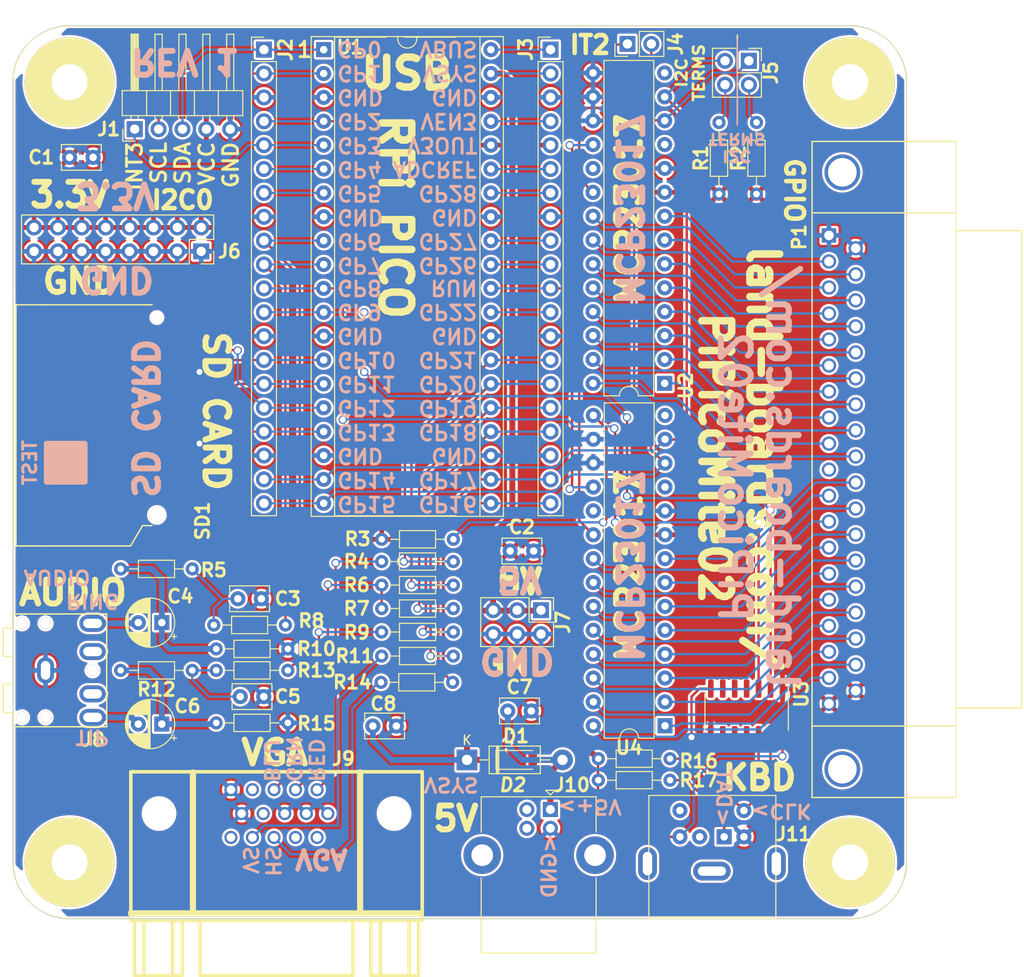
<source format=kicad_pcb>
(kicad_pcb (version 20211014) (generator pcbnew)
  (title_block (title "ESP32-VGA") (date "2020-02-19") (rev "2") (company "land-boards.com"))
  (layers (0 "F.Cu" signal) (31 "B.Cu" signal) (36 "B.SilkS" user "B.Silkscreen") (37 "F.SilkS" user "F.Silkscreen") (38 "B.Mask" user) (39 "F.Mask" user) (44 "Edge.Cuts" user))
  (net 0 "")
  (net 1 "GND")
  (net 2 "+3V3")
  (net 3 "/GP13")
  (net 4 "/GP11")
  (net 5 "/GP10")
  (net 6 "/GP12")
  (net 8 "/GP0")
  (net 9 "/GP1")
  (net 10 "GP2")
  (net 11 "/GP3")
  (net 12 "/GP4")
  (net 13 "/GP5")
  (net 14 "/GP6")
  (net 15 "/GP7")
  (net 16 "/GP8")
  (net 17 "/VGA_B")
  (net 18 "/VGA_G")
  (net 19 "/VGA_R")
  (net 20 "/GP9")
  (net 21 "GP14")
  (net 22 "GP15")
  (net 24 "/GP28")
  (net 25 "/GP27")
  (net 26 "/GP26")
  (net 27 "/GP22")
  (net 28 "/GP21")
  (net 29 "/GP20")
  (net 33 "/VBUS")
  (net 34 "/VEN3")
  (net 35 "/ADCREF")
  (net 36 "/GP19")
  (net 37 "/GP18")
  (net 38 "/GP17")
  (net 39 "/HS")
  (net 40 "/VS")
  (net 41 "RUN")
  (net 42 "/GP16")
  (net 44 "Net-(C5-Pad1)")
  (net 49 "/PS2DAT")
  (net 50 "Net-(C6-Pad1)")
  (net 51 "/PS2CLK")
  (net 52 "Net-(C6-Pad2)")
  (net 57 "/VSYS")
  (net 61 "/DIGIO32/INTA")
  (net 63 "Net-(R2-Pad2)")
  (net 64 "Net-(R1-Pad2)")
  (net 65 "/DIGIO32/C0GPB7")
  (net 66 "/DIGIO32/C0GPB6")
  (net 67 "/DIGIO32/C0GPB5")
  (net 68 "/DIGIO32/C0GPB4")
  (net 69 "/DIGIO32/C0GPB3")
  (net 70 "/DIGIO32/C0GPB2")
  (net 71 "/DIGIO32/C0GPB1")
  (net 72 "/DIGIO32/C0GPB0")
  (net 73 "/DIGIO32/C1GPA0")
  (net 74 "/DIGIO32/C1GPA1")
  (net 75 "/DIGIO32/C1GPA2")
  (net 76 "/DIGIO32/C1GPA3")
  (net 77 "/DIGIO32/C1GPA4")
  (net 78 "/DIGIO32/C1GPA5")
  (net 79 "/DIGIO32/C1GPA6")
  (net 80 "/DIGIO32/C1GPA7")
  (net 81 "/DIGIO32/C0GPA0")
  (net 82 "/DIGIO32/C0GPA1")
  (net 83 "/DIGIO32/C0GPA2")
  (net 84 "/DIGIO32/C0GPA3")
  (net 85 "/DIGIO32/C0GPA4")
  (net 86 "/DIGIO32/C0GPA5")
  (net 87 "/DIGIO32/C0GPA6")
  (net 88 "/DIGIO32/C0GPA7")
  (net 89 "/DIGIO32/C1GPB7")
  (net 90 "/DIGIO32/C1GPB6")
  (net 91 "/DIGIO32/C1GPB5")
  (net 92 "/DIGIO32/C1GPB4")
  (net 93 "/DIGIO32/C1GPB3")
  (net 94 "/DIGIO32/C1GPB2")
  (net 95 "/DIGIO32/C1GPB1")
  (net 104 "Net-(C3-Pad1)")
  (net 105 "Net-(C4-Pad1)")
  (net 106 "Net-(C4-Pad2)")
  (net 107 "/DIGIO32/C1GPB0")
  (net 108 "Net-(U4-Pad15)")
  (net 109 "Net-(C7-Pad1)")
  (footprint "LandBoards_Conns:DB_15F-VGA-fixed" (layer "F.Cu") (at 28.00725 87.82425)
    (fp_text reference "J9")
    (fp_text value "CONN, DB15HD, BLUE (VGA)" hide)
  )
  (footprint "LandBoards_Conns:SD_CARD" (layer "F.Cu") (at 15.2805 36.925 -90)
    (fp_text reference "SD1")
    (fp_text value "Conn, SD Card" hide)
  )
  (footprint "Resistor_THT:R_Axial_DIN0204_L3.6mm_D1.6mm_P7.62mm_Horizontal" (layer "F.Cu") (at 39.19 57)
    (fp_text reference "R4")
    (fp_text value "270" hide)
  )
  (footprint "Resistor_THT:R_Axial_DIN0204_L3.6mm_D1.6mm_P7.62mm_Horizontal" (layer "F.Cu") (at 39.19 59.5)
    (fp_text reference "R6")
    (fp_text value "390" hide)
  )
  (footprint "Resistor_THT:R_Axial_DIN0204_L3.6mm_D1.6mm_P7.62mm_Horizontal" (layer "F.Cu") (at 21.336 63.754)
    (fp_text reference "R8")
    (fp_text value "1K" hide)
  )
  (footprint "Resistor_THT:R_Axial_DIN0204_L3.6mm_D1.6mm_P7.62mm_Horizontal" (layer "F.Cu") (at 39.19 62)
    (fp_text reference "R7")
    (fp_text value "820" hide)
  )
  (footprint "Resistor_THT:R_Axial_DIN0204_L3.6mm_D1.6mm_P7.62mm_Horizontal" (layer "F.Cu") (at 39.19 64.5)
    (fp_text reference "R9")
    (fp_text value "270" hide)
  )
  (footprint "Resistor_THT:R_Axial_DIN0204_L3.6mm_D1.6mm_P7.62mm_Horizontal" (layer "F.Cu") (at 39.116 69.85)
    (fp_text reference "R14")
    (fp_text value "47" hide)
  )
  (footprint "Resistor_THT:R_Axial_DIN0204_L3.6mm_D1.6mm_P7.62mm_Horizontal" (layer "F.Cu") (at 39.19 67.056)
    (fp_text reference "R11")
    (fp_text value "47" hide)
  )
  (footprint "LandBoards_BoardOutlines:RasPiPico" (layer "F.Cu") (at 33.02 2.54)
    (fp_text reference "U1")
    (fp_text value "RPi-PICO" hide)
  )
  (footprint "Connector_USB:USB_B_Lumberg_2411_02_Horizontal" (layer "F.Cu") (at 57.13 83.3825 -90)
    (fp_text reference "J10")
    (fp_text value "USB-B" hide)
  )
  (footprint "Capacitor_THT:C_Rect_L4.0mm_W2.5mm_P2.50mm" (layer "F.Cu") (at 38.25 74.5)
    (fp_text reference "C8")
    (fp_text value "0.1uF")
  )
  (footprint "Capacitor_THT:CP_Radial_D5.0mm_P2.50mm" (layer "F.Cu") (at 15.810113 63.5 180)
    (fp_text reference "C4")
    (fp_text value "47uF")
  )
  (footprint "Capacitor_THT:C_Rect_L4.0mm_W2.5mm_P2.50mm" (layer "F.Cu") (at 23.896 60.96)
    (fp_text reference "C3")
    (fp_text value "47nF")
  )
  (footprint "Capacitor_THT:C_Rect_L4.0mm_W2.5mm_P2.50mm" (layer "F.Cu") (at 52.598 72.898)
    (fp_text reference "C7")
    (fp_text value "0.1uF")
  )
  (footprint "Capacitor_THT:C_Rect_L4.0mm_W2.5mm_P2.50mm" (layer "F.Cu") (at 6 14)
    (fp_text reference "C1")
    (fp_text value "0.1uF")
  )
  (footprint "Capacitor_THT:C_Rect_L4.0mm_W2.5mm_P2.50mm" (layer "F.Cu") (at 52.852 55.88)
    (fp_text reference "C2")
    (fp_text value "0.1uF")
  )
  (footprint "Connector_PinHeader_2.54mm:PinHeader_2x02_P2.54mm_Vertical" (layer "F.Cu") (at 78.237 3.7288 -90)
    (fp_text reference "J5")
    (fp_text value "Header, Vert, 2x2")
  )
  (footprint "Resistor_THT:R_Axial_DIN0204_L3.6mm_D1.6mm_P7.62mm_Horizontal" (layer "F.Cu") (at 21.59 74.168)
    (fp_text reference "R15")
    (fp_text value "2.2K")
  )
  (footprint "LandBoards_Marking:TEST_BLK-REAR" (layer "F.Cu") (at 5.588 46.482 90)
    (fp_text reference "TEST")
    (fp_text value "COUPON" hide)
  )
  (footprint "LandBoards_BoardOutlines:BRD-95x95mm" (layer "F.Cu") (at 0 0)
    (fp_text reference "BOARD2" hide)
    (fp_text value "COUPON" hide)
  )
  (footprint "Resistor_THT:R_Axial_DIN0204_L3.6mm_D1.6mm_P7.62mm_Horizontal" (layer "F.Cu") (at 11.43 57.785)
    (fp_text reference "R5")
    (fp_text value "2.2K")
  )
  (footprint "Connector_PinHeader_2.54mm:PinHeader_1x05_P2.54mm_Horizontal" (layer "F.Cu") (at 12.925 11 90)
    (fp_text reference "J1")
    (fp_text value "Conn_01x05")
  )
  (footprint "Diode_SMD:D_SOD-123" (layer "F.Cu") (at 53.595 78.105)
    (fp_text reference "D1")
    (fp_text value "MBR0520T1J")
  )
  (footprint "Connector_PinSocket_2.54mm:PinSocket_2x08_P2.54mm_Vertical" (layer "F.Cu") (at 20 24 -90)
    (fp_text reference "J6")
    (fp_text value "Header, Vert, 2x8")
  )
  (footprint "Diode_THT:D_DO-41_SOD81_P10.16mm_Horizontal" (layer "F.Cu") (at 48.26 78.105)
    (fp_text reference "D2")
    (fp_text value "1N5288")
  )
  (footprint "Resistor_THT:R_Axial_DIN0204_L3.6mm_D1.6mm_P7.62mm_Horizontal" (layer "F.Cu") (at 46.8122 54.6354 180)
    (fp_text reference "R3")
    (fp_text value "2.2K")
  )
  (footprint "Capacitor_THT:C_Rect_L4.0mm_W2.5mm_P2.50mm" (layer "F.Cu") (at 24.15 71.374)
    (fp_text reference "C5")
    (fp_text value "47nF")
  )
  (footprint "Package_DIP:DIP-28_W7.62mm" (layer "F.Cu") (at 69.3166 74.4728 180)
    (fp_text reference "U4")
    (fp_text value "MCP23017_SP")
  )
  (footprint "LandBoards_Conns:Jack_3.5mm_CUI_SJ1-3523N_Horizontal" (layer "F.Cu") (at 3.445 68.58 90)
    (fp_text reference "J8")
    (fp_text value "AudioJack3" hide)
  )
  (footprint "Connector_PinHeader_2.54mm:PinHeader_1x20_P2.54mm_Vertical" (layer "F.Cu") (at 57.15 2.54)
    (fp_text reference "J3")
    (fp_text value "Socket, Female. 1x20")
  )
  (footprint "Resistor_THT:R_Axial_DIN0204_L3.6mm_D1.6mm_P7.62mm_Horizontal" (layer "F.Cu") (at 29.21 66.294 180)
    (fp_text reference "R10")
    (fp_text value "2.2K")
  )
  (footprint "Resistor_THT:R_Axial_DIN0204_L3.6mm_D1.6mm_P7.62mm_Horizontal" (layer "F.Cu") (at 79.0448 17.907 90)
    (fp_text reference "R2")
    (fp_text value "2.2K")
  )
  (footprint "Resistor_THT:R_Axial_DIN0204_L3.6mm_D1.6mm_P7.62mm_Horizontal" (layer "F.Cu") (at 62.23 80.264)
    (fp_text reference "R17")
    (fp_text value "10K")
  )
  (footprint "Connector_PinHeader_2.54mm:PinHeader_1x02_P2.54mm_Vertical" (layer "F.Cu") (at 65.3238 1.9304 90)
    (fp_text reference "J4")
    (fp_text value "Conn_01x02")
  )
  (footprint "Resistor_THT:R_Axial_DIN0204_L3.6mm_D1.6mm_P7.62mm_Horizontal" (layer "F.Cu") (at 75.057 17.907 90)
    (fp_text reference "R1")
    (fp_text value "2.2K")
  )
  (footprint "Connector_PinHeader_2.54mm:PinHeader_2x03_P2.54mm_Vertical" (layer "F.Cu") (at 56.134 62.1792 -90)
    (fp_text reference "J7")
    (fp_text value "Header, Vert, 2x3")
  )
  (footprint "Resistor_THT:R_Axial_DIN0204_L3.6mm_D1.6mm_P7.62mm_Horizontal" (layer "F.Cu") (at 62.23 77.978)
    (fp_text reference "R16")
    (fp_text value "10K")
  )
  (footprint "Capacitor_THT:CP_Radial_D5.0mm_P2.50mm" (layer "F.Cu") (at 15.810113 74.295 180)
    (fp_text reference "C6")
    (fp_text value "47uF")
  )
  (footprint "Package_SO:SOIC-14_3.9x8.7mm_P1.27mm" (layer "F.Cu") (at 78 73 -90)
    (fp_text reference "U3")
    (fp_text value "TXS0104")
  )
  (footprint "LandBoards_Conns:Connector_Mini-DIN_Female_6Pin_2rows" (layer "F.Cu") (at 75.605 86.29)
    (fp_text reference "J11")
    (fp_text value "PS2_DIN6")
  )
  (footprint "LandBoards_Conns:DB37FC_FIXED" (layer "F.Cu") (at 86.7536 22.3036 -90)
    (fp_text reference "P1")
    (fp_text value "DB37" hide)
  )
  (footprint "Resistor_THT:R_Axial_DIN0204_L3.6mm_D1.6mm_P7.62mm_Horizontal" (layer "F.Cu") (at 11.43 68.58)
    (fp_text reference "R12")
    (fp_text value "2.2K")
  )
  (footprint "Resistor_THT:R_Axial_DIN0204_L3.6mm_D1.6mm_P7.62mm_Horizontal" (layer "F.Cu") (at 21.59 68.58)
    (fp_text reference "R13")
    (fp_text value "1K")
  )
  (footprint "Package_DIP:DIP-28_W7.62mm" (layer "F.Cu") (at 69.2812 38.0392 180)
    (fp_text reference "U2")
    (fp_text value "MCP23017_SP")
  )
  (footprint "Connector_PinHeader_2.54mm:PinHeader_1x20_P2.54mm_Vertical" (layer "F.Cu") (at 26.67 2.54)
    (fp_text reference "J2")
    (fp_text value "Socket, Female. 1x20")
  )
  (gr_line (start 77 10.572) (end 77 1.428) (layer "B.SilkS") (width 0.15))
  (gr_line (start 77.01 10.144) (end 77.005 1) (layer "F.SilkS") (width 0.15))
  (gr_arc (start 89 0) (mid 93.242641 1.757359) (end 95 6) (layer "Edge.Cuts") (width 0.1))
  (gr_line (start 0 89) (end 0.000001 5.082762) (layer "Edge.Cuts") (width 0.1))
  (gr_arc (start 6 95) (mid 1.757359 93.242641) (end 0 89) (layer "Edge.Cuts") (width 0.1))
  (gr_arc (start 0.000001 5.082762) (mid 2.068256 1.441493) (end 6 0) (layer "Edge.Cuts") (width 0.1))
  (gr_arc (start 95 89) (mid 93.242641 93.242641) (end 89 95) (layer "Edge.Cuts") (width 0.1))
  (gr_line (start 6 0) (end 89 0) (layer "Edge.Cuts") (width 0.1))
  (gr_line (start 89 95) (end 6 95) (layer "Edge.Cuts") (width 0.1))
  (gr_line (start 95 6) (end 95 89) (layer "Edge.Cuts") (width 0.1))
  (gr_text "MCP23017" (at 65.5 19.5 270) (layer "B.SilkS") (effects (font (size 2.54 2.54) (thickness 0.635)) (justify mirror)))
  (gr_text "GND" (at 11 27 180) (layer "B.SilkS") (effects (font (size 2.54 2.54) (thickness 0.635)) (justify mirror)))
  (gr_text "GND" (at 53.594 67.564 180) (layer "B.SilkS") (effects (font (size 2.54 2.54) (thickness 0.635)) (justify mirror)))
  (gr_text "RING" (at 11.43 61.214 180) (layer "B.SilkS") (effects (font (size 1.4732 1.5875) (thickness 0.3048)) (justify right mirror)))
  (gr_text "<GND" (at 57 93 90) (layer "B.SilkS") (effects (font (size 1.4732 1.5875) (thickness 0.3048)) (justify right mirror)))
  (gr_text "REV 1" (at 18.288 3.81 180) (layer "B.SilkS") (effects (font (size 2.54 2.54) (thickness 0.635)) (justify mirror)))
  (gr_text "AUDIO" (at 8.382 58.674 180) (layer "B.SilkS") (effects (font (size 1.4732 1.5875) (thickness 0.3048)) (justify right mirror)))
  (gr_text "GP7\nGP6\nGND\nGP5\nGP4\nGP3\nGP2\nGND\nGP1\nGP0" (at 34.29 13.97 180) (layer "B.SilkS") (effects (font (size 1.5875 1.5875) (thickness 0.3048)) (justify left mirror)))
  (gr_text "land-boards.com/\nPiPicoMite02" (at 79.248 48.006 270) (layer "B.SilkS") (effects (font (size 3.175 3.175) (thickness 0.635)) (justify mirror)))
  (gr_text "GP16\nGP17\nGND\nGP18\nGP19\nGP20\nGP21\nGND\nGP22\nRUN\n" (at 49.53 39.37 180) (layer "B.SilkS") (effects (font (size 1.5875 1.5875) (thickness 0.3048)) (justify right mirror)))
  (gr_text "HS\nVS" (at 26.416 87.122 270) (layer "B.SilkS") (effects (font (size 1.4732 1.5875) (thickness 0.3048)) (justify right mirror)))
  (gr_text "VGA" (at 35.814 88.646 180) (layer "B.SilkS") (effects (font (size 2 2) (thickness 0.5)) (justify right mirror)))
  (gr_text "MCP23017" (at 65.5 57.5 270) (layer "B.SilkS") (effects (font (size 2.54 2.54) (thickness 0.635)) (justify mirror)))
  (gr_text "<+5V" (at 64.874 83.094 180) (layer "B.SilkS") (effects (font (size 1.4732 1.5875) (thickness 0.3048)) (justify right mirror)))
  (gr_text "SD CARD" (at 14 33 270) (layer "B.SilkS") (effects (font (size 2.54 2.54) (thickness 0.635)) (justify right mirror)))
  (gr_text "VSYS" (at 49.657 80.7466 180) (layer "B.SilkS") (effects (font (size 1.4732 1.5875) (thickness 0.3048)) (justify right mirror)))
  (gr_text "RED\nGRN\nBLU" (at 29.845 80.645 270) (layer "B.SilkS") (effects (font (size 1.4732 1.5875) (thickness 0.3048)) (justify left mirror)))
  (gr_text "<DAT" (at 75.565 78.867 270) (layer "B.SilkS") (effects (font (size 1.4732 1.5875) (thickness 0.3048)) (justify right mirror)))
  (gr_text "3.3V" (at 10.922 18.034 180) (layer "B.SilkS") (effects (font (size 2.54 2.54) (thickness 0.635)) (justify mirror)))
  (gr_text "I2C\nTERMS" (at 76.962 12.954 180) (layer "B.SilkS") (effects (font (size 1.143 1.27) (thickness 0.28575)) (justify mirror)))
  (gr_text "5V" (at 53.848 58.928 180) (layer "B.SilkS") (effects (font (size 2.54 2.54) (thickness 0.635)) (justify mirror)))
  (gr_text "<CLK" (at 85.09 83.566 180) (layer "B.SilkS") (effects (font (size 1.4732 1.5875) (thickness 0.3048)) (justify right mirror)))
  (gr_text "TIP" (at 10.414 75.692 180) (layer "B.SilkS") (effects (font (size 1.4732 1.5875) (thickness 0.3048)) (justify right mirror)))
  (gr_text "GP26\nGP27\nGND\nGP28\nADCREF\nV3OUT\nVEN3\nGND\nVSYS\nVBUS" (at 49.53 13.97 180) (layer "B.SilkS") (effects (font (size 1.5875 1.5875) (thickness 0.3048)) (justify right mirror)))
  (gr_text "GP15\nGP14\nGND\nGP13\nGP12\nGP11\nGP10\nGND\nGP9\nGP8" (at 34.29 39.37 180) (layer "B.SilkS") (effects (font (size 1.5875 1.5875) (thickness 0.3048)) (justify left mirror)))
  (gr_text "AUDIO" (at 6.35 60.325) (layer "F.SilkS") (effects (font (size 2.54 2.54) (thickness 0.635))))
  (gr_text "SD CARD" (at 21.59 41 270) (layer "F.SilkS") (effects (font (size 2.54 2.54) (thickness 0.635))))
  (gr_text "VGA" (at 27.813 77.343) (layer "F.SilkS") (effects (font (size 2.54 2.54) (thickness 0.635))))
  (gr_text "5V" (at 53.848 59.182) (layer "F.SilkS") (effects (font (size 2.54 2.54) (thickness 0.635))))
  (gr_text "KBD" (at 79.375 80) (layer "F.SilkS") (effects (font (size 2.54 2.54) (thickness 0.635))))
  (gr_text "GPIO" (at 83.058 17.526 270) (layer "F.SilkS") (effects (font (size 1.905 1.905) (thickness 0.47625))))
  (gr_text "USB" (at 41.91 5.08) (layer "F.SilkS") (effects (font (size 3.175 3.175) (thickness 0.79375))))
  (gr_text "I2C\nTERMS" (at 72 5 90) (layer "F.SilkS") (effects (font (size 1.143 1.27) (thickness 0.28575))))
  (gr_text "GND" (at 7.112 27.178) (layer "F.SilkS") (effects (font (size 2.54 2.54) (thickness 0.635))))
  (gr_text "land-boards.com/\nPiPicoMite02" (at 77.216 45.974 270) (layer "F.SilkS") (effects (font (size 3.175 3.175) (thickness 0.79375))))
  (gr_text "MCP23017" (at 65.5 19.5 90) (layer "F.SilkS") (effects (font (size 2.54 2.54) (thickness 0.635))))
  (gr_text "RPi PICO" (at 40.64 20.32 270) (layer "F.SilkS") (effects (font (size 3.175 3.175) (thickness 0.79375))))
  (gr_text "IT2" (at 61.341 2.032) (layer "F.SilkS") (effects (font (size 1.905 1.905) (thickness 0.47625))))
  (gr_text "INT3\nSCL\nSDA\nVCC\nGND" (at 18.034 12.192 90) (layer "F.SilkS") (effects (font (size 1.5875 1.5875) (thickness 0.3048)) (justify right)))
  (gr_text "GND" (at 53.594 67.818) (layer "F.SilkS") (effects (font (size 2.54 2.54) (thickness 0.635))))
  (gr_text "5V" (at 47.0662 84.3534) (layer "F.SilkS") (effects (font (size 2.54 2.54) (thickness 0.635))))
  (gr_text "MCP23017" (at 65.5 57.5 90) (layer "F.SilkS") (effects (font (size 2.54 2.54) (thickness 0.635))))
  (gr_text "I2C0" (at 18.034 18.542) (layer "F.SilkS") (effects (font (size 1.905 1.905) (thickness 0.47625))))
  (gr_text "3.3V" (at 6 18) (layer "F.SilkS") (effects (font (size 2.54 2.54) (thickness 0.635))))
  (segment (start 74.19 70.525) (end 72.985 70.525) (width 0.254) (layer "F.Cu") (net 1))
  (segment (start 18.0805 44.425) (end 19.787 44.425) (width 0.254) (layer "F.Cu") (net 1))
  (segment (start 19.717 36.925) (end 19.812 36.83) (width 0.254) (layer "F.Cu") (net 1))
  (segment (start 72.985 70.525) (end 72.136 71.374) (width 0.254) (layer "F.Cu") (net 1))
  (segment (start 18.0805 36.925) (end 19.717 36.925) (width 0.254) (layer "F.Cu") (net 1))
  (segment (start 72.136 71.374) (end 72.136 75.692) (width 0.254) (layer "F.Cu") (net 1))
  (segment (start 19.787 44.425) (end 19.812 44.45) (width 0.254) (layer "F.Cu") (net 1))
  (via (at 72.136 75.692) (size 0.889) (drill 0.635) (layers "F.Cu" "B.Cu") (net 1))
  (via (at 19.812 36.83) (size 0.889) (drill 0.635) (layers "F.Cu" "B.Cu") (net 1))
  (via (at 19.812 44.45) (size 0.889) (drill 0.635) (layers "F.Cu" "B.Cu") (net 1))
  (segment (start 50.8 7.62) (end 57.15 7.62) (width 0.254) (layer "B.Cu") (net 1))
  (segment (start 20.575 49.425) (end 22 48) (width 0.254) (layer "F.Cu") (net 3))
  (segment (start 18.0805 49.425) (end 20.575 49.425) (width 0.254) (layer "F.Cu") (net 3))
  (segment (start 26.67 43.18) (end 22.82 43.18) (width 0.254) (layer "F.Cu") (net 3))
  (segment (start 22.82 43.18) (end 22 44) (width 0.254) (layer "F.Cu") (net 3))
  (segment (start 22 48) (end 22 44) (width 0.254) (layer "F.Cu") (net 3))
  (segment (start 26.67 43.18) (end 33.02 43.18) (width 0.254) (layer "B.Cu") (net 3))
  (segment (start 19.925 46.925) (end 21 45.85) (width 0.254) (layer "F.Cu") (net 4))
  (segment (start 21 45.85) (end 21 41) (width 0.254) (layer "F.Cu") (net 4))
  (segment (start 21 41) (end 23.9 38.1) (width 0.254) (layer "F.Cu") (net 4))
  (segment (start 18.0805 46.925) (end 19.925 46.925) (width 0.254) (layer "F.Cu") (net 4))
  (segment (start 23.9 38.1) (end 26.67 38.1) (width 0.254) (layer "F.Cu") (net 4))
  (segment (start 26.67 38.1) (end 33.02 38.1) (width 0.254) (layer "B.Cu") (net 4))
  (segment (start 23.44 35.56) (end 26.67 35.56) (width 0.254) (layer "F.Cu") (net 5))
  (segment (start 19.575 39.425) (end 23.44 35.56) (width 0.254) (layer "F.Cu") (net 5))
  (segment (start 18.0805 39.425) (end 19.575 39.425) (width 0.254) (layer "F.Cu") (net 5))
  (segment (start 26.67 35.56) (end 33.02 35.56) (width 0.254) (layer "B.Cu") (net 5))
  (segment (start 23.837 34.505) (end 23.876 34.544) (width 0.254) (layer "F.Cu") (net 6))
  (segment (start 18.0805 34.505) (end 23.837 34.505) (width 0.254) (layer "F.Cu") (net 6))
  (via (at 23.876 34.544) (size 0.889) (drill 0.635) (layers "F.Cu" "B.Cu") (net 6))
  (segment (start 26.67 40.64) (end 33.02 40.64) (width 0.254) (layer "B.Cu") (net 6))
  (segment (start 23.876 34.544) (end 23.876 37.846) (width 0.254) (layer "B.Cu") (net 6))
  (segment (start 23.876 37.846) (end 26.67 40.64) (width 0.254) (layer "B.Cu") (net 6))
  (segment (start 20.46 2.54) (end 26.67 2.54) (width 0.254) (layer "B.Cu") (net 8))
  (segment (start 18.005 11) (end 18.005 4.995) (width 0.254) (layer "B.Cu") (net 8))
  (segment (start 18.005 4.995) (end 20.46 2.54) (width 0.254) (layer "B.Cu") (net 8))
  (segment (start 26.67 2.54) (end 33.02 2.54) (width 0.254) (layer "B.Cu") (net 8))
  (segment (start 15.465 11) (end 15.465 6.535) (width 0.254) (layer "F.Cu") (net 9))
  (segment (start 15.465 6.535) (end 16.92 5.08) (width 0.254) (layer "F.Cu") (net 9))
  (segment (start 16.92 5.08) (end 26.67 5.08) (width 0.254) (layer "F.Cu") (net 9))
  (segment (start 26.67 5.08) (end 33.02 5.08) (width 0.254) (layer "B.Cu") (net 9))
  (segment (start 44.156511 3.849489) (end 59.396511 3.849489) (width 0.254) (layer "F.Cu") (net 10))
  (segment (start 59.396511 3.849489) (end 61.246 2) (width 0.254) (layer "F.Cu") (net 10))
  (segment (start 37.846 10.16) (end 44.156511 3.849489) (width 0.254) (layer "F.Cu") (net 10))
  (segment (start 33.02 10.16) (end 37.846 10.16) (width 0.254) (layer "F.Cu") (net 10))
  (segment (start 61.246 2) (end 65.273 2) (width 0.254) (layer "F.Cu") (net 10))
  (segment (start 26.67 10.16) (end 33.02 10.16) (width 0.254) (layer "B.Cu") (net 10))
  (segment (start 26.67 12.7) (end 33.02 12.7) (width 0.254) (layer "B.Cu") (net 11))
  (segment (start 26.67 12.7) (end 25.019 12.7) (width 0.254) (layer "B.Cu") (net 11))
  (segment (start 14.859 14.9606) (end 22.7584 14.9606) (width 0.254) (layer "B.Cu") (net 11))
  (segment (start 22.7584 14.9606) (end 25.019 12.7) (width 0.254) (layer "B.Cu") (net 11))
  (segment (start 12.925 11) (end 12.925 13.0266) (width 0.254) (layer "B.Cu") (net 11))
  (segment (start 12.925 13.0266) (end 14.859 14.9606) (width 0.254) (layer "B.Cu") (net 11))
  (segment (start 26.67 15.24) (end 33.02 15.24) (width 0.254) (layer "B.Cu") (net 12))
  (segment (start 26.67 17.78) (end 33.02 17.78) (width 0.254) (layer "B.Cu") (net 13))
  (segment (start 29.21 68.58) (end 30.48 67.31) (width 0.254) (layer "F.Cu") (net 14))
  (segment (start 30.48 67.31) (end 30.48 26.67) (width 0.254) (layer "F.Cu") (net 14))
  (segment (start 30.48 26.67) (end 26.67 22.86) (width 0.254) (layer "F.Cu") (net 14))
  (segment (start 26.67 22.86) (end 33.02 22.86) (width 0.254) (layer "B.Cu") (net 14))
  (segment (start 28.956 27.686) (end 26.67 25.4) (width 0.254) (layer "F.Cu") (net 15))
  (segment (start 28.956 63.754) (end 28.956 27.686) (width 0.254) (layer "F.Cu") (net 15))
  (segment (start 26.67 25.4) (end 33.02 25.4) (width 0.254) (layer "B.Cu") (net 15))
  (segment (start 64.008 42.926) (end 63.921489 42.839489) (width 0.254) (layer "F.Cu") (net 16))
  (segment (start 35.052 41.91) (end 35.052 28.448) (width 0.254) (layer "F.Cu") (net 16))
  (segment (start 35.052 28.448) (end 34.544 27.94) (width 0.254) (layer "F.Cu") (net 16))
  (segment (start 64.008 52.832) (end 64.008 42.926) (width 0.254) (layer "F.Cu") (net 16))
  (segment (start 79.27 70.525) (end 79.27 52.81) (width 0.254) (layer "F.Cu") (net 16))
  (segment (start 34.544 27.94) (end 33.02 27.94) (width 0.254) (layer "F.Cu") (net 16))
  (via (at 64.008 52.832) (size 0.889) (drill 0.635) (layers "F.Cu" "B.Cu") (net 16))
  (via (at 79.27 52.81) (size 0.889) (drill 0.635) (layers "F.Cu" "B.Cu") (net 16))
  (via (at 35.052 41.91) (size 0.889) (drill 0.635) (layers "F.Cu" "B.Cu") (net 16))
  (via (at 63.921489 42.839489) (size 0.889) (drill 0.635) (layers "F.Cu" "B.Cu") (net 16))
  (segment (start 79.248 52.832) (end 79.27 52.81) (width 0.254) (layer "B.Cu") (net 16))
  (segment (start 63.715311 42.633311) (end 63.921489 42.839489) (width 0.254) (layer "B.Cu") (net 16))
  (segment (start 58.888511 41.870511) (end 59.651311 42.633311) (width 0.254) (layer "B.Cu") (net 16))
  (segment (start 59.651311 42.633311) (end 63.715311 42.633311) (width 0.254) (layer "B.Cu") (net 16))
  (segment (start 64.008 52.832) (end 79.248 52.832) (width 0.254) (layer "B.Cu") (net 16))
  (segment (start 35.091489 41.870511) (end 58.888511 41.870511) (width 0.254) (layer "B.Cu") (net 16))
  (segment (start 35.052 41.91) (end 35.091489 41.870511) (width 0.254) (layer "B.Cu") (net 16))
  (segment (start 26.67 27.94) (end 33.02 27.94) (width 0.254) (layer "B.Cu") (net 16))
  (segment (start 32.512 76.50214) (end 32.512 64.516) (width 0.254) (layer "F.Cu") (net 17))
  (segment (start 27.74055 81.27359) (end 32.512 76.50214) (width 0.254) (layer "F.Cu") (net 17))
  (via (at 32.512 64.516) (size 0.889) (drill 0.635) (layers "F.Cu" "B.Cu") (net 17))
  (segment (start 32.512 64.516) (end 32.528 64.5) (width 0.254) (layer "B.Cu") (net 17))
  (segment (start 32.528 64.5) (end 39.19 64.5) (width 0.254) (layer "B.Cu") (net 17))
  (segment (start 33.465 77.83514) (end 30.02655 81.27359) (width 0.254) (layer "F.Cu") (net 18))
  (segment (start 39.19 62) (end 39.19 59.5) (width 0.254) (layer "F.Cu") (net 18))
  (segment (start 33.465 59.436) (end 33.465 77.83514) (width 0.254) (layer "F.Cu") (net 18))
  (via (at 33.465 59.436) (size 0.889) (drill 0.635) (layers "F.Cu" "B.Cu") (net 18))
  (segment (start 39.19 59.5) (end 33.529 59.5) (width 0.254) (layer "B.Cu") (net 18))
  (segment (start 33.529 59.5) (end 33.465 59.436) (width 0.254) (layer "B.Cu") (net 18))
  (segment (start 32.31763 81.27359) (end 34.29 79.30122) (width 0.254) (layer "F.Cu") (net 19))
  (segment (start 34.29 79.30122) (end 34.29 57.15) (width 0.254) (layer "F.Cu") (net 19))
  (via (at 34.29 57.15) (size 0.889) (drill 0.635) (layers "F.Cu" "B.Cu") (net 19))
  (segment (start 34.44 57) (end 39.19 57) (width 0.254) (layer "B.Cu") (net 19))
  (segment (start 34.29 57.15) (end 34.44 57) (width 0.254) (layer "B.Cu") (net 19))
  (segment (start 80.54 70.525) (end 80.54 51.584) (width 0.254) (layer "F.Cu") (net 20))
  (segment (start 80.54 51.584) (end 80.518 51.562) (width 0.254) (layer "F.Cu") (net 20))
  (segment (start 37.338 36.83) (end 37.338 30.48) (width 0.254) (layer "F.Cu") (net 20))
  (segment (start 65.278 50.038) (end 65.278 41.656) (width 0.254) (layer "F.Cu") (net 20))
  (via (at 37.338 36.83) (size 0.889) (drill 0.635) (layers "F.Cu" "B.Cu") (net 20))
  (via (at 65.278 50.038) (size 0.889) (drill 0.635) (layers "F.Cu" "B.Cu") (net 20))
  (via (at 37.338 30.48) (size 0.889) (drill 0.635) (layers "F.Cu" "B.Cu") (net 20))
  (via (at 65.278 41.656) (size 0.889) (drill 0.635) (layers "F.Cu" "B.Cu") (net 20))
  (via (at 80.518 51.562) (size 0.889) (drill 0.635) (layers "F.Cu" "B.Cu") (net 20))
  (segment (start 79.209311 50.253311) (end 65.493311 50.253311) (width 0.254) (layer "B.Cu") (net 20))
  (segment (start 33.02 30.48) (end 37.338 30.48) (width 0.254) (layer "B.Cu") (net 20))
  (segment (start 39.9542 39.4462) (end 39.990911 39.409489) (width 0.254) (layer "B.Cu") (net 20))
  (segment (start 37.338 36.83) (end 39.9542 39.4462) (width 0.254) (layer "B.Cu") (net 20))
  (segment (start 63.031489 39.409489) (end 65.278 41.656) (width 0.254) (layer "B.Cu") (net 20))
  (segment (start 26.67 30.48) (end 33.02 30.48) (width 0.254) (layer "B.Cu") (net 20))
  (segment (start 39.990911 39.409489) (end 63.031489 39.409489) (width 0.254) (layer "B.Cu") (net 20))
  (segment (start 80.518 51.562) (end 79.209311 50.253311) (width 0.254) (layer "B.Cu") (net 20))
  (segment (start 65.493311 50.253311) (end 65.278 50.038) (width 0.254) (layer "B.Cu") (net 20))
  (segment (start 71.628 43.18) (end 71.628 9.848) (width 0.254) (layer "F.Cu") (net 21))
  (segment (start 71.628 9.848) (end 69.3 7.52) (width 0.254) (layer "F.Cu") (net 21))
  (segment (start 69.3 44.02) (end 70.788 44.02) (width 0.254) (layer "F.Cu") (net 21))
  (segment (start 70.788 44.02) (end 71.628 43.18) (width 0.254) (layer "F.Cu") (net 21))
  (segment (start 26.67 48.26) (end 33.02 48.26) (width 0.254) (layer "B.Cu") (net 21))
  (segment (start 57.658 46.99) (end 34.29 46.99) (width 0.254) (layer "B.Cu") (net 21))
  (segment (start 73.095 3.725) (end 75.735 3.725) (width 0.254) (layer "B.Cu") (net 21))
  (segment (start 57.658 46.99) (end 59.474689 45.173311) (width 0.254) (layer "B.Cu") (net 21))
  (segment (start 34.29 46.99) (end 33.02 48.26) (width 0.254) (layer "B.Cu") (net 21))
  (segment (start 69.3 7.52) (end 73.095 3.725) (width 0.254) (layer "B.Cu") (net 21))
  (segment (start 59.474689 45.173311) (end 68.136089 45.173311) (width 0.254) (layer "B.Cu") (net 21))
  (segment (start 69.3 44.02) (end 67.940511 45.379489) (width 0.254) (layer "B.Cu") (net 21))
  (segment (start 68.136089 45.173311) (end 69.3166 43.9928) (width 0.254) (layer "B.Cu") (net 21))
  (segment (start 69.3 46.56) (end 67.818 45.078) (width 0.254) (layer "F.Cu") (net 22))
  (segment (start 66.04 11.23) (end 67.21 10.06) (width 0.254) (layer "F.Cu") (net 22))
  (segment (start 66.04 40.132) (end 66.04 11.23) (width 0.254) (layer "F.Cu") (net 22))
  (segment (start 67.818 41.91) (end 66.04 40.132) (width 0.254) (layer "F.Cu") (net 22))
  (segment (start 67.21 10.06) (end 69.3 10.06) (width 0.254) (layer "F.Cu") (net 22))
  (segment (start 67.818 45.078) (end 67.818 41.91) (width 0.254) (layer "F.Cu") (net 22))
  (segment (start 26.67 50.8) (end 33.02 50.8) (width 0.254) (layer "B.Cu") (net 22))
  (segment (start 77 5) (end 78.275 3.725) (width 0.254) (layer "B.Cu") (net 22))
  (segment (start 59.409695 47.740511) (end 57.580717 49.569489) (width 0.254) (layer "B.Cu") (net 22))
  (segment (start 69.3 46.56) (end 68.119489 47.740511) (width 0.254) (layer "B.Cu") (net 22))
  (segment (start 34.250511 49.569489) (end 33.02 50.8) (width 0.254) (layer "B.Cu") (net 22))
  (segment (start 68.119489 47.740511) (end 59.409695 47.740511) (width 0.254) (layer "B.Cu") (net 22))
  (segment (start 74.36 5) (end 77 5) (width 0.254) (layer "B.Cu") (net 22))
  (segment (start 69.3 10.06) (end 74.36 5) (width 0.254) (layer "B.Cu") (net 22))
  (segment (start 57.580717 49.569489) (end 34.250511 49.569489) (width 0.254) (layer "B.Cu") (net 22))
  (segment (start 50.8 17.78) (end 57.15 17.78) (width 0.254) (layer "B.Cu") (net 24))
  (segment (start 50.8 22.86) (end 57.15 22.86) (width 0.254) (layer "B.Cu") (net 25))
  (segment (start 50.8 25.4) (end 57.15 25.4) (width 0.254) (layer "B.Cu") (net 26))
  (segment (start 50.8 30.48) (end 57.15 30.48) (width 0.254) (layer "B.Cu") (net 27))
  (segment (start 41.656 44.704) (end 41.656 56.874) (width 0.254) (layer "F.Cu") (net 28))
  (segment (start 41.656 56.874) (end 41.53 57) (width 0.254) (layer "F.Cu") (net 28))
  (segment (start 50.8 35.56) (end 41.656 44.704) (width 0.254) (layer "F.Cu") (net 28))
  (via (at 41.53 57) (size 0.889) (drill 0.635) (layers "F.Cu" "B.Cu") (net 28))
  (segment (start 41.53 57) (end 46.81 57) (width 0.254) (layer "B.Cu") (net 28))
  (segment (start 50.8 35.56) (end 57.15 35.56) (width 0.254) (layer "B.Cu") (net 28))
  (segment (start 42.355 46.545) (end 42.355 59.5) (width 0.254) (layer "F.Cu") (net 29))
  (segment (start 50.8 38.1) (end 42.355 46.545) (width 0.254) (layer "F.Cu") (net 29))
  (via (at 42.355 59.5) (size 0.889) (drill 0.635) (layers "F.Cu" "B.Cu") (net 29))
  (segment (start 50.8 38.1) (end 57.15 38.1) (width 0.254) (layer "B.Cu") (net 29))
  (segment (start 42.355 59.5) (end 46.81 59.5) (width 0.254) (layer "B.Cu") (net 29))
  (segment (start 50.8 2.54) (end 57.15 2.54) (width 0.254) (layer "B.Cu") (net 33))
  (segment (start 50.8 10.16) (end 57.15 10.16) (width 0.254) (layer "B.Cu") (net 34))
  (segment (start 50.8 15.24) (end 57.15 15.24) (width 0.254) (layer "B.Cu") (net 35))
  (segment (start 50.8 40.64) (end 43.18 48.26) (width 0.254) (layer "F.Cu") (net 36))
  (segment (start 43.18 48.26) (end 43.18 61.87448) (width 0.254) (layer "F.Cu") (net 36))
  (segment (start 43.18 61.87448) (end 43.05448 62) (width 0.254) (layer "F.Cu") (net 36))
  (via (at 43 62) (size 0.889) (drill 0.635) (layers "F.Cu" "B.Cu") (net 36))
  (segment (start 46.81 62) (end 43.05448 62) (width 0.254) (layer "B.Cu") (net 36))
  (segment (start 50.8 40.64) (end 57.15 40.64) (width 0.254) (layer "B.Cu") (net 36))
  (segment (start 43.87948 64.18252) (end 43.562 64.5) (width 0.254) (layer "F.Cu") (net 37))
  (segment (start 50.8 43.18) (end 43.87948 50.10052) (width 0.254) (layer "F.Cu") (net 37))
  (segment (start 43.87948 50.10052) (end 43.87948 64.18252) (width 0.254) (layer "F.Cu") (net 37))
  (via (at 43.562 64.5) (size 0.889) (drill 0.635) (layers "F.Cu" "B.Cu") (net 37))
  (segment (start 43.562 64.5) (end 46.81 64.5) (width 0.254) (layer "B.Cu") (net 37))
  (segment (start 50.8 43.18) (end 57.15 43.18) (width 0.254) (layer "B.Cu") (net 37))
  (segment (start 49.276 48.26) (end 44.387 53.149) (width 0.254) (layer "F.Cu") (net 38))
  (segment (start 50.8 48.26) (end 49.276 48.26) (width 0.254) (layer "F.Cu") (net 38))
  (segment (start 44.387 53.149) (end 44.387 67.056) (width 0.254) (layer "F.Cu") (net 38))
  (via (at 44.387 67.056) (size 0.889) (drill 0.635) (layers "F.Cu" "B.Cu") (net 38))
  (segment (start 50.8 48.26) (end 57.15 48.26) (width 0.254) (layer "B.Cu") (net 38))
  (segment (start 44.387 67.056) (end 46.81 67.056) (width 0.254) (layer "B.Cu") (net 38))
  (segment (start 29.52496 88.138) (end 34.544 88.138) (width 0.254) (layer "B.Cu") (net 39))
  (segment (start 36.068 72.644) (end 38.862 69.85) (width 0.254) (layer "B.Cu") (net 39))
  (segment (start 34.544 88.138) (end 36.068 86.614) (width 0.254) (layer "B.Cu") (net 39))
  (segment (start 38.862 69.85) (end 39.116 69.85) (width 0.254) (layer "B.Cu") (net 39))
  (segment (start 27.73801 86.35105) (end 29.52496 88.138) (width 0.254) (layer "B.Cu") (net 39))
  (segment (start 36.068 86.614) (end 36.068 72.644) (width 0.254) (layer "B.Cu") (net 39))
  (segment (start 25.44693 86.35359) (end 26.71052 85.09) (width 0.254) (layer "B.Cu") (net 40))
  (segment (start 34.544 85.09) (end 34.544 71.702) (width 0.254) (layer "B.Cu") (net 40))
  (segment (start 34.544 71.702) (end 39.19 67.056) (width 0.254) (layer "B.Cu") (net 40))
  (segment (start 26.71052 85.09) (end 34.544 85.09) (width 0.254) (layer "B.Cu") (net 40))
  (segment (start 59.436 27.432) (end 59.436 49.022) (width 0.254) (layer "F.Cu") (net 41))
  (segment (start 59.436 27.432) (end 59.436 12.954) (width 0.254) (layer "F.Cu") (net 41))
  (segment (start 59.436 49.022) (end 59.182 49.276) (width 0.254) (layer "F.Cu") (net 41))
  (segment (start 58.928 27.94) (end 59.436 27.432) (width 0.254) (layer "F.Cu") (net 41))
  (segment (start 59.436 12.954) (end 59.182 12.7) (width 0.254) (layer "F.Cu") (net 41))
  (segment (start 57.15 27.94) (end 58.928 27.94) (width 0.254) (layer "F.Cu") (net 41))
  (via (at 59.182 12.7) (size 0.889) (drill 0.635) (layers "F.Cu" "B.Cu") (net 41))
  (via (at 59.182 49.276) (size 0.889) (drill 0.635) (layers "F.Cu" "B.Cu") (net 41))
  (segment (start 59.358 49.1) (end 61.68 49.1) (width 0.254) (layer "B.Cu") (net 41))
  (segment (start 59.182 12.7) (end 61.58 12.7) (width 0.254) (layer "B.Cu") (net 41))
  (segment (start 50.8 27.94) (end 57.15 27.94) (width 0.254) (layer "B.Cu") (net 41))
  (segment (start 61.58 12.7) (end 61.68 12.6) (width 0.254) (layer "B.Cu") (net 41))
  (segment (start 59.182 49.276) (end 59.358 49.1) (width 0.254) (layer "B.Cu") (net 41))
  (segment (start 50.8 50.8) (end 47.498 50.8) (width 0.254) (layer "F.Cu") (net 42))
  (segment (start 47.498 50.8) (end 45.212 53.086) (width 0.254) (layer "F.Cu") (net 42))
  (segment (start 45.212 53.086) (end 45.212 68.326) (width 0.254) (layer "F.Cu") (net 42))
  (segment (start 45.212 68.326) (end 46.736 69.85) (width 0.254) (layer "F.Cu") (net 42))
  (segment (start 50.8 50.8) (end 57.15 50.8) (width 0.254) (layer "B.Cu") (net 42))
  (segment (start 20.828 71.374) (end 19.05 69.596) (width 0.254) (layer "B.Cu") (net 44))
  (segment (start 19.05 69.596) (end 19.05 68.58) (width 0.254) (layer "B.Cu") (net 44))
  (segment (start 24.15 71.374) (end 20.828 71.374) (width 0.254) (layer "B.Cu") (net 44))
  (segment (start 19.05 68.58) (end 21.59 68.58) (width 0.254) (layer "B.Cu") (net 44))
  (segment (start 80.54 75.475) (end 80.54 84.052) (width 0.254) (layer "F.Cu") (net 49))
  (segment (start 79.921489 84.670511) (end 76.191489 84.670511) (width 0.254) (layer "F.Cu") (net 49))
  (segment (start 71.628 80.264) (end 69.85 80.264) (width 0.254) (layer "F.Cu") (net 49))
  (segment (start 75.605 84.241) (end 71.628 80.264) (width 0.254) (layer "F.Cu") (net 49))
  (segment (start 80.54 84.052) (end 79.921489 84.670511) (width 0.254) (layer "F.Cu") (net 49))
  (segment (start 75.605 86.29) (end 75.605 85.257) (width 0.254) (layer "F.Cu") (net 49))
  (segment (start 76.191489 84.670511) (end 75.605 85.257) (width 0.254) (layer "F.Cu") (net 49))
  (segment (start 75.605 85.257) (end 75.605 84.241) (width 0.254) (layer "F.Cu") (net 49))
  (segment (start 21.463 74.295) (end 21.59 74.168) (width 0.635) (layer "B.Cu") (net 50))
  (segment (start 11.43 68.58) (end 14.4018 68.58) (width 0.635) (layer "B.Cu") (net 50))
  (segment (start 15.810113 74.295) (end 21.463 74.295) (width 0.635) (layer "B.Cu") (net 50))
  (segment (start 14.4018 68.58) (end 15.810113 69.988313) (width 0.635) (layer "B.Cu") (net 50))
  (segment (start 15.810113 69.988313) (end 15.810113 74.295) (width 0.635) (layer "B.Cu") (net 50))
  (segment (start 77.705 83.49) (end 72.193 77.978) (width 0.254) (layer "F.Cu") (net 51))
  (segment (start 79.27 75.475) (end 79.27 81.925) (width 0.254) (layer "F.Cu") (net 51))
  (segment (start 72.193 77.978) (end 69.85 77.978) (width 0.254) (layer "F.Cu") (net 51))
  (segment (start 79.27 81.925) (end 77.705 83.49) (width 0.254) (layer "F.Cu") (net 51))
  (segment (start 8.445 73.58) (end 12.595113 73.58) (width 0.635) (layer "B.Cu") (net 52))
  (segment (start 12.595113 73.58) (end 13.310113 74.295) (width 0.635) (layer "B.Cu") (net 52))
  (segment (start 62.19 78) (end 62.19 80) (width 0.254) (layer "F.Cu") (net 57))
  (segment (start 81.81 77.702) (end 81.788 77.724) (width 0.254) (layer "F.Cu") (net 57))
  (segment (start 81.81 75.475) (end 81.81 77.702) (width 0.254) (layer "F.Cu") (net 57))
  (segment (start 53.086 52.07) (end 53.086 6.096) (width 0.635) (layer "F.Cu") (net 57))
  (segment (start 48.26 69.088) (end 48.768 68.58) (width 0.635) (layer "F.Cu") (net 57))
  (segment (start 56.119 62.225) (end 53.579 62.225) (width 0.635) (layer "F.Cu") (net 57))
  (segment (start 48.768 68.58) (end 48.768 62.992) (width 0.635) (layer "F.Cu") (net 57))
  (segment (start 48.768 62.992) (end 49.535 62.225) (width 0.635) (layer "F.Cu") (net 57))
  (segment (start 51.039 54.117) (end 53.086 52.07) (width 0.635) (layer "F.Cu") (net 57))
  (segment (start 48.26 78.105) (end 51.945 78.105) (width 0.635) (layer "F.Cu") (net 57))
  (segment (start 59.12 74.93) (end 62.19 78) (width 0.635) (layer "F.Cu") (net 57))
  (segment (start 52.07 5.08) (end 50.8 5.08) (width 0.635) (layer "F.Cu") (net 57))
  (segment (start 51.039 62.225) (end 53.579 62.225) (width 0.635) (layer "F.Cu") (net 57))
  (segment (start 51.039 62.225) (end 51.039 54.117) (width 0.635) (layer "F.Cu") (net 57))
  (segment (start 48.26 78.105) (end 48.26 69.088) (width 0.635) (layer "F.Cu") (net 57))
  (segment (start 53.848 74.93) (end 59.12 74.93) (width 0.635) (layer "F.Cu") (net 57))
  (segment (start 49.535 62.225) (end 51.039 62.225) (width 0.635) (layer "F.Cu") (net 57))
  (segment (start 70.905 86.29) (end 67.24 86.29) (width 0.254) (layer "F.Cu") (net 57))
  (segment (start 67.24 86.29) (end 62.19 81.24) (width 0.254) (layer "F.Cu") (net 57))
  (segment (start 51.945 78.105) (end 51.945 76.833) (width 0.635) (layer "F.Cu") (net 57))
  (segment (start 62.19 81.24) (end 62.19 80) (width 0.254) (layer "F.Cu") (net 57))
  (segment (start 53.086 6.096) (end 52.07 5.08) (width 0.635) (layer "F.Cu") (net 57))
  (segment (start 51.945 76.833) (end 53.848 74.93) (width 0.635) (layer "F.Cu") (net 57))
  (via (at 81.788 77.724) (size 0.889) (drill 0.635) (layers "F.Cu" "B.Cu") (net 57))
  (segment (start 81.788 77.724) (end 75.001504 77.724) (width 0.254) (layer "B.Cu") (net 57))
  (segment (start 40.259 78.105) (end 48.26 78.105) (width 0.635) (layer "B.Cu") (net 57))
  (segment (start 38.25 74.5) (end 38.25 76.096) (width 0.635) (layer "B.Cu") (net 57))
  (segment (start 50.8 5.08) (end 57.15 5.08) (width 0.254) (layer "B.Cu") (net 57))
  (segment (start 72.39 84.805) (end 70.905 86.29) (width 0.254) (layer "B.Cu") (net 57))
  (segment (start 75.001504 77.724) (end 72.39 80.335504) (width 0.254) (layer "B.Cu") (net 57))
  (segment (start 72.39 80.335504) (end 72.39 84.805) (width 0.254) (layer "B.Cu") (net 57))
  (segment (start 38.25 76.096) (end 40.259 78.105) (width 0.635) (layer "B.Cu") (net 57))
  (segment (start 64.945689 8.739711) (end 67.8638 5.8216) (width 0.254) (layer "F.Cu") (net 61))
  (segment (start 60.198 16.256) (end 61.6612 17.7192) (width 0.254) (layer "F.Cu") (net 61))
  (segment (start 61.6966 54.1528) (end 60.198 52.6542) (width 0.254) (layer "F.Cu") (net 61))
  (segment (start 60.856289 8.739711) (end 64.945689 8.739711) (width 0.254) (layer "F.Cu") (net 61))
  (segment (start 60.198 52.6542) (end 60.198 16.256) (width 0.254) (layer "F.Cu") (net 61))
  (segment (start 60.198 9.398) (end 60.198 16.256) (width 0.254) (layer "F.Cu") (net 61))
  (segment (start 67.8638 5.8216) (end 67.8638 1.9304) (width 0.254) (layer "F.Cu") (net 61))
  (segment (start 60.198 9.398) (end 60.856289 8.739711) (width 0.254) (layer "F.Cu") (net 61))
  (segment (start 78.275 6.265) (end 78.275 9.465) (width 0.254) (layer "B.Cu") (net 63))
  (segment (start 78.275 9.465) (end 79 10.19) (width 0.254) (layer "B.Cu") (net 63))
  (segment (start 75.735 6.265) (end 75.735 9.455) (width 0.254) (layer "B.Cu") (net 64))
  (segment (start 75.735 9.455) (end 75 10.19) (width 0.254) (layer "B.Cu") (net 64))
  (segment (start 71.618 20.2592) (end 69.2812 20.2592) (width 0.254) (layer "B.Cu") (net 65))
  (segment (start 76.4324 25.0736) (end 71.618 20.2592) (width 0.254) (layer "B.Cu") (net 65))
  (segment (start 86.7536 25.0736) (end 76.4324 25.0736) (width 0.254) (layer "B.Cu") (net 65))
  (segment (start 86.7536 27.8436) (end 76.7586 27.8436) (width 0.254) (layer "B.Cu") (net 66))
  (segment (start 76.7586 27.8436) (end 71.7142 22.7992) (width 0.254) (layer "B.Cu") (net 66))
  (segment (start 71.7142 22.7992) (end 69.2812 22.7992) (width 0.254) (layer "B.Cu") (net 66))
  (segment (start 76.9124 30.6136) (end 71.638 25.3392) (width 0.254) (layer "B.Cu") (net 67))
  (segment (start 86.7536 30.6136) (end 76.9124 30.6136) (width 0.254) (layer "B.Cu") (net 67))
  (segment (start 71.638 25.3392) (end 69.2812 25.3392) (width 0.254) (layer "B.Cu") (net 67))
  (segment (start 77.107 33.3736) (end 71.6126 27.8792) (width 0.254) (layer "B.Cu") (net 68))
  (segment (start 86.7536 33.3736) (end 77.107 33.3736) (width 0.254) (layer "B.Cu") (net 68))
  (segment (start 71.6126 27.8792) (end 69.2812 27.8792) (width 0.254) (layer "B.Cu") (net 68))
  (segment (start 77.3624 36.1436) (end 71.638 30.4192) (width 0.254) (layer "B.Cu") (net 69))
  (segment (start 71.638 30.4192) (end 69.2812 30.4192) (width 0.254) (layer "B.Cu") (net 69))
  (segment (start 86.7536 36.1436) (end 77.3624 36.1436) (width 0.254) (layer "B.Cu") (net 69))
  (segment (start 77.694 38.9136) (end 71.7396 32.9592) (width 0.254) (layer "B.Cu") (net 70))
  (segment (start 69.2812 32.9592) (end 71.7396 32.9592) (width 0.254) (layer "B.Cu") (net 70))
  (segment (start 86.7536 38.9136) (end 77.694 38.9136) (width 0.254) (layer "B.Cu") (net 70))
  (segment (start 86.7536 41.6836) (end 77.797 41.6836) (width 0.254) (layer "B.Cu") (net 71))
  (segment (start 77.797 41.6836) (end 71.6126 35.4992) (width 0.254) (layer "B.Cu") (net 71))
  (segment (start 71.6126 35.4992) (end 69.2812 35.4992) (width 0.254) (layer "B.Cu") (net 71))
  (segment (start 77.2958 44.4536) (end 70.8814 38.0392) (width 0.254) (layer "B.Cu") (net 72))
  (segment (start 70.8814 38.0392) (end 69.2812 38.0392) (width 0.254) (layer "B.Cu") (net 72))
  (segment (start 86.7536 44.4536) (end 77.2958 44.4536) (width 0.254) (layer "B.Cu") (net 72))
  (segment (start 77.178489 57.873311) (end 85.0582 49.9936) (width 0.254) (layer "B.Cu") (net 73))
  (segment (start 85.0582 49.9936) (end 86.7536 49.9936) (width 0.254) (layer "B.Cu") (net 73))
  (segment (start 61.6966 56.6928) (end 62.877111 57.873311) (width 0.254) (layer "B.Cu") (net 73))
  (segment (start 62.877111 57.873311) (end 77.178489 57.873311) (width 0.254) (layer "B.Cu") (net 73))
  (segment (start 77.280089 60.413311) (end 84.9398 52.7536) (width 0.254) (layer "B.Cu") (net 74))
  (segment (start 84.9398 52.7536) (end 86.7536 52.7536) (width 0.254) (layer "B.Cu") (net 74))
  (segment (start 61.6966 59.2328) (end 62.877111 60.413311) (width 0.254) (layer "B.Cu") (net 74))
  (segment (start 62.877111 60.413311) (end 77.280089 60.413311) (width 0.254) (layer "B.Cu") (net 74))
  (segment (start 77.634089 62.953311) (end 85.0638 55.5236) (width 0.254) (layer "B.Cu") (net 75))
  (segment (start 62.877111 62.953311) (end 77.634089 62.953311) (width 0.254) (layer "B.Cu") (net 75))
  (segment (start 85.0638 55.5236) (end 86.7536 55.5236) (width 0.254) (layer "B.Cu") (net 75))
  (segment (start 61.6966 61.7728) (end 62.877111 62.953311) (width 0.254) (layer "B.Cu") (net 75))
  (segment (start 61.6966 64.3128) (end 62.877111 65.493311) (width 0.254) (layer "B.Cu") (net 76))
  (segment (start 85.0894 58.2936) (end 86.7536 58.2936) (width 0.254) (layer "B.Cu") (net 76))
  (segment (start 62.877111 65.493311) (end 77.889689 65.493311) (width 0.254) (layer "B.Cu") (net 76))
  (segment (start 77.889689 65.493311) (end 85.0894 58.2936) (width 0.254) (layer "B.Cu") (net 76))
  (segment (start 62.877111 68.033311) (end 78.016689 68.033311) (width 0.254) (layer "B.Cu") (net 77))
  (segment (start 61.6966 66.8528) (end 62.877111 68.033311) (width 0.254) (layer "B.Cu") (net 77))
  (segment (start 84.9864 61.0636) (end 86.7536 61.0636) (width 0.254) (layer "B.Cu") (net 77))
  (segment (start 78.016689 68.033311) (end 84.9864 61.0636) (width 0.254) (layer "B.Cu") (net 77))
  (segment (start 62.877111 70.573311) (end 78.346889 70.573311) (width 0.254) (layer "B.Cu") (net 78))
  (segment (start 78.346889 70.573311) (end 85.0866 63.8336) (width 0.254) (layer "B.Cu") (net 78))
  (segment (start 85.0866 63.8336) (end 86.7536 63.8336) (width 0.254) (layer "B.Cu") (net 78))
  (segment (start 61.6966 69.3928) (end 62.877111 70.573311) (width 0.254) (layer "B.Cu") (net 78))
  (segment (start 63.056089 73.292289) (end 78.320311 73.292289) (width 0.254) (layer "B.Cu") (net 79))
  (segment (start 85.009 66.6036) (end 86.7536 66.6036) (width 0.254) (layer "B.Cu") (net 79))
  (segment (start 61.6966 71.9328) (end 63.056089 73.292289) (width 0.254) (layer "B.Cu") (net 79))
  (segment (start 78.320311 73.292289) (end 85.009 66.6036) (width 0.254) (layer "B.Cu") (net 79))
  (segment (start 70.549089 75.653311) (end 71.335411 74.866989) (width 0.254) (layer "B.Cu") (net 80))
  (segment (start 61.6966 74.4728) (end 62.877111 75.653311) (width 0.254) (layer "B.Cu") (net 80))
  (segment (start 84.8676 69.3736) (end 86.7536 69.3736) (width 0.254) (layer "B.Cu") (net 80))
  (segment (start 62.877111 75.653311) (end 70.549089 75.653311) (width 0.254) (layer "B.Cu") (net 80))
  (segment (start 71.335411 74.866989) (end 79.361811 74.866989) (width 0.254) (layer "B.Cu") (net 80))
  (segment (start 79.361811 74.866989) (end 84.8614 69.3674) (width 0.254) (layer "B.Cu") (net 80))
  (segment (start 84.8614 69.3674) (end 84.8676 69.3736) (width 0.254) (layer "B.Cu") (net 80))
  (segment (start 71.727489 21.439711) (end 62.841711 21.439711) (width 0.254) (layer "B.Cu") (net 81))
  (segment (start 89.5936 26.4436) (end 76.731378 26.4436) (width 0.254) (layer "B.Cu") (net 81))
  (segment (start 76.731378 26.4436) (end 71.727489 21.439711) (width 0.254) (layer "B.Cu") (net 81))
  (segment (start 62.841711 21.439711) (end 61.6612 20.2592) (width 0.254) (layer "B.Cu") (net 81))
  (segment (start 71.755 24.1046) (end 62.9666 24.1046) (width 0.254) (layer "B.Cu") (net 82))
  (segment (start 76.864 29.2136) (end 71.755 24.1046) (width 0.254) (layer "B.Cu") (net 82))
  (segment (start 62.9666 24.1046) (end 61.6612 22.7992) (width 0.254) (layer "B.Cu") (net 82))
  (segment (start 89.5936 29.2136) (end 76.864 29.2136) (width 0.254) (layer "B.Cu") (net 82))
  (segment (start 77.0432 31.9836) (end 71.6534 26.5938) (width 0.254) (layer "B.Cu") (net 83))
  (segment (start 62.9158 26.5938) (end 61.6612 25.3392) (width 0.254) (layer "B.Cu") (net 83))
  (segment (start 89.5936 31.9836) (end 77.0432 31.9836) (width 0.254) (layer "B.Cu") (net 83))
  (segment (start 71.6534 26.5938) (end 62.9158 26.5938) (width 0.254) (layer "B.Cu") (net 83))
  (segment (start 89.5936 34.7536) (end 77.2732 34.7536) (width 0.254) (layer "B.Cu") (net 84))
  (segment (start 62.9412 29.1592) (end 71.6788 29.1592) (width 0.254) (layer "B.Cu") (net 84))
  (segment (start 61.6612 27.8792) (end 62.9412 29.1592) (width 0.254) (layer "B.Cu") (net 84))
  (segment (start 77.2732 34.7536) (end 71.6788 29.1592) (width 0.254) (layer "B.Cu") (net 84))
  (segment (start 89.5936 37.5136) (end 77.4678 37.5136) (width 0.254) (layer "B.Cu") (net 85))
  (segment (start 71.628 31.6738) (end 62.9158 31.6738) (width 0.254) (layer "B.Cu") (net 85))
  (segment (start 77.4678 37.5136) (end 71.628 31.6738) (width 0.254) (layer "B.Cu") (net 85))
  (segment (start 62.9158 31.6738) (end 61.6612 30.4192) (width 0.254) (layer "B.Cu") (net 85))
  (segment (start 62.841711 34.139711) (end 61.6612 32.9592) (width 0.254) (layer "B.Cu") (net 86))
  (segment (start 89.5936 40.2836) (end 77.693578 40.2836) (width 0.254) (layer "B.Cu") (net 86))
  (segment (start 77.693578 40.2836) (end 71.549689 34.139711) (width 0.254) (layer "B.Cu") (net 86))
  (segment (start 71.549689 34.139711) (end 62.841711 34.139711) (width 0.254) (layer "B.Cu") (net 86))
  (segment (start 71.219489 36.679711) (end 62.841711 36.679711) (width 0.254) (layer "B.Cu") (net 87))
  (segment (start 62.841711 36.679711) (end 61.6612 35.4992) (width 0.254) (layer "B.Cu") (net 87))
  (segment (start 77.593378 43.0536) (end 71.219489 36.679711) (width 0.254) (layer "B.Cu") (net 87))
  (segment (start 89.5936 43.0536) (end 77.593378 43.0536) (width 0.254) (layer "B.Cu") (net 87))
  (segment (start 68.2498 39.6494) (end 66.6396 38.0392) (width 0.254) (layer "B.Cu") (net 88))
  (segment (start 66.6396 38.0392) (end 61.6612 38.0392) (width 0.254) (layer "B.Cu") (net 88))
  (segment (start 76.8624 45.8236) (end 70.6882 39.6494) (width 0.254) (layer "B.Cu") (net 88))
  (segment (start 70.6882 39.6494) (end 68.2498 39.6494) (width 0.254) (layer "B.Cu") (net 88))
  (segment (start 89.5936 45.8236) (end 76.8624 45.8236) (width 0.254) (layer "B.Cu") (net 88))
  (segment (start 69.3166 56.6928) (end 77.216 56.6928) (width 0.254) (layer "B.Cu") (net 89))
  (segment (start 77.216 56.6928) (end 85.3152 48.5936) (width 0.254) (layer "B.Cu") (net 89))
  (segment (start 85.3152 48.5936) (end 89.5936 48.5936) (width 0.254) (layer "B.Cu") (net 89))
  (segment (start 77.1398 59.2328) (end 85.009 51.3636) (width 0.254) (layer "B.Cu") (net 90))
  (segment (start 69.3166 59.2328) (end 77.1398 59.2328) (width 0.254) (layer "B.Cu") (net 90))
  (segment (start 85.009 51.3636) (end 89.5936 51.3636) (width 0.254) (layer "B.Cu") (net 90))
  (segment (start 89.5936 54.1336) (end 85.0708 54.1336) (width 0.254) (layer "B.Cu") (net 91))
  (segment (start 69.3166 61.7728) (end 77.4316 61.7728) (width 0.254) (layer "B.Cu") (net 91))
  (segment (start 77.4316 61.7728) (end 85.0708 54.1336) (width 0.254) (layer "B.Cu") (net 91))
  (segment (start 69.3166 64.3128) (end 77.6938 64.3128) (width 0.254) (layer "B.Cu") (net 92))
  (segment (start 77.6938 64.3128) (end 85.113 56.8936) (width 0.254) (layer "B.Cu") (net 92))
  (segment (start 89.5936 56.8936) (end 85.113 56.8936) (width 0.254) (layer "B.Cu") (net 92))
  (segment (start 77.8764 66.8528) (end 85.0656 59.6636) (width 0.254) (layer "B.Cu") (net 93))
  (segment (start 89.5936 59.6636) (end 85.0656 59.6636) (width 0.254) (layer "B.Cu") (net 93))
  (segment (start 69.3166 66.8528) (end 77.8764 66.8528) (width 0.254) (layer "B.Cu") (net 93))
  (segment (start 84.988 62.4336) (end 89.5936 62.4336) (width 0.254) (layer "B.Cu") (net 94))
  (segment (start 78.0288 69.3928) (end 84.988 62.4336) (width 0.254) (layer "B.Cu") (net 94))
  (segment (start 69.3166 69.3928) (end 78.0288 69.3928) (width 0.254) (layer "B.Cu") (net 94))
  (segment (start 69.3166 71.9328) (end 78.2864 71.9328) (width 0.254) (layer "B.Cu") (net 95))
  (segment (start 89.5936 65.2036) (end 85.0156 65.2036) (width 0.254) (layer "B.Cu") (net 95))
  (segment (start 78.2864 71.9328) (end 85.0156 65.2036) (width 0.254) (layer "B.Cu") (net 95))
  (segment (start 21.336 61.976) (end 22.352 60.96) (width 0.254) (layer "B.Cu") (net 104))
  (segment (start 21.336 63.754) (end 21.336 61.976) (width 0.254) (layer "B.Cu") (net 104))
  (segment (start 22.225 60.96) (end 19.05 57.785) (width 0.254) (layer "B.Cu") (net 104))
  (segment (start 22.225 60.96) (end 23.896 60.96) (width 0.254) (layer "B.Cu") (net 104))
  (segment (start 14.7574 57.785) (end 15.810113 58.837713) (width 0.635) (layer "B.Cu") (net 105))
  (segment (start 16.637 66.294) (end 15.810113 65.467113) (width 0.635) (layer "B.Cu") (net 105))
  (segment (start 11.43 57.785) (end 14.7574 57.785) (width 0.635) (layer "B.Cu") (net 105))
  (segment (start 21.59 66.294) (end 16.637 66.294) (width 0.635) (layer "B.Cu") (net 105))
  (segment (start 15.810113 65.467113) (end 15.810113 63.5) (width 0.635) (layer "B.Cu") (net 105))
  (segment (start 15.810113 58.837713) (end 15.810113 63.5) (width 0.635) (layer "B.Cu") (net 105))
  (segment (start 8.445 63.58) (end 13.230113 63.58) (width 0.635) (layer "B.Cu") (net 106))
  (segment (start 13.230113 63.58) (end 13.310113 63.5) (width 0.254) (layer "B.Cu") (net 106))
  (segment (start 78.7273 74.2315) (end 84.9852 67.9736) (width 0.254) (layer "B.Cu") (net 107))
  (segment (start 70.7644 74.4728) (end 69.3166 74.4728) (width 0.254) (layer "B.Cu") (net 107))
  (segment (start 71.0057 74.2315) (end 78.7273 74.2315) (width 0.254) (layer "B.Cu") (net 107))
  (segment (start 89.5936 67.9736) (end 84.9852 67.9736) (width 0.254) (layer "B.Cu") (net 107))
  (segment (start 71.0057 74.2315) (end 70.7644 74.4728) (width 0.254) (layer "B.Cu") (net 107))
  (segment (start 63.096478 52.473522) (end 62.738 52.832) (width 0.254) (layer "F.Cu") (net 108))
  (segment (start 61.6966 41.4528) (end 63.096478 42.852678) (width 0.254) (layer "F.Cu") (net 108))
  (segment (start 63.096478 42.852678) (end 63.096478 52.473522) (width 0.254) (layer "F.Cu") (net 108))
  (via (at 62.738 52.832) (size 0.889) (drill 0.635) (layers "F.Cu" "B.Cu") (net 108))
  (segment (start 46.736 54.61) (end 48.514 52.832) (width 0.254) (layer "B.Cu") (net 108))
  (segment (start 48.514 52.832) (end 62.738 52.832) (width 0.254) (layer "B.Cu") (net 108))
  (segment (start 55.245 78.105) (end 58.929 78.105) (width 0.635) (layer "F.Cu") (net 109))
  (segment (start 57.13 79.395) (end 58.42 78.105) (width 0.635) (layer "F.Cu") (net 109))
  (segment (start 57.13 83.3825) (end 57.13 79.395) (width 0.635) (layer "F.Cu") (net 109))
  (segment (start 54.1274 78.105) (end 52.598 76.5756) (width 0.635) (layer "B.Cu") (net 109))
  (segment (start 52.598 76.5756) (end 52.598 72.898) (width 0.635) (layer "B.Cu") (net 109))
  (segment (start 58.42 78.105) (end 54.1274 78.105) (width 0.635) (layer "B.Cu") (net 109))
  (zone (net 2) (net_name "+3V3") (layer "F.Cu") (connect_pads (clearance 0.254)) (min_thickness 0.254) (fill yes (thermal_gap 0.508) (thermal_bridge_width 0.508))
    (polygon (pts (xy 95 6) (xy 95 89) (xy 89 95) (xy 6 95) (xy 0 89) (xy 0 6) (xy 6 0) (xy 89 0)))
  )
  (zone (net 1) (net_name "GND") (layer "B.Cu") (connect_pads (clearance 0.254)) (min_thickness 0.254) (fill yes (thermal_gap 0.508) (thermal_bridge_width 0.508))
    (polygon (pts (xy 95 6) (xy 95 89) (xy 89 95) (xy 6 95) (xy 0 89) (xy 0 6) (xy 6 0) (xy 89 0)))
  )
)
</source>
